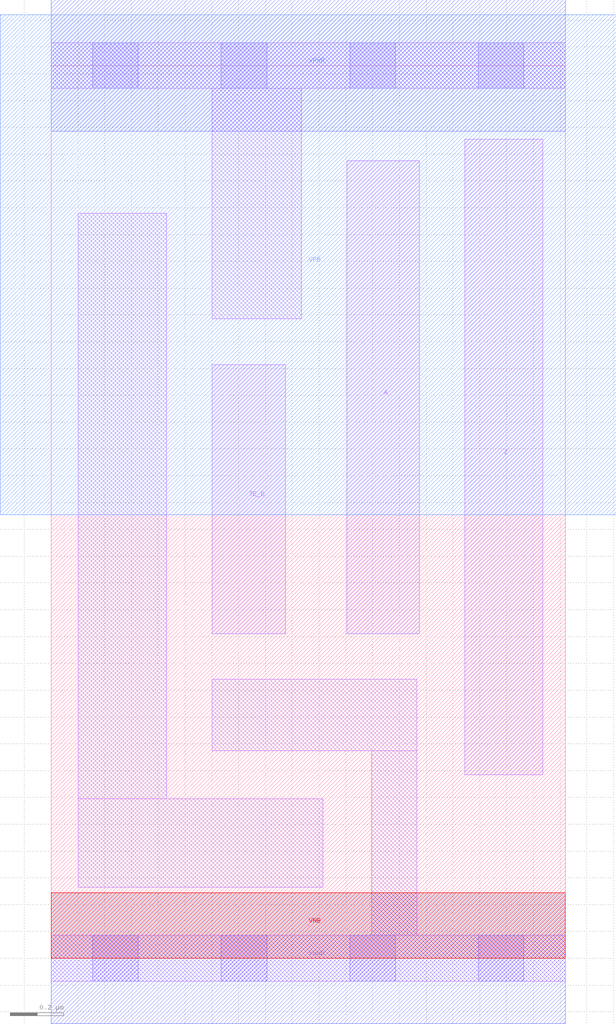
<source format=lef>
# Copyright 2020 The SkyWater PDK Authors
#
# Licensed under the Apache License, Version 2.0 (the "License");
# you may not use this file except in compliance with the License.
# You may obtain a copy of the License at
#
#     https://www.apache.org/licenses/LICENSE-2.0
#
# Unless required by applicable law or agreed to in writing, software
# distributed under the License is distributed on an "AS IS" BASIS,
# WITHOUT WARRANTIES OR CONDITIONS OF ANY KIND, either express or implied.
# See the License for the specific language governing permissions and
# limitations under the License.
#
# SPDX-License-Identifier: Apache-2.0

VERSION 5.7 ;
  NOWIREEXTENSIONATPIN ON ;
  DIVIDERCHAR "/" ;
  BUSBITCHARS "[]" ;
MACRO sky130_fd_sc_lp__einvn_0
  CLASS CORE ;
  FOREIGN sky130_fd_sc_lp__einvn_0 ;
  ORIGIN  0.000000  0.000000 ;
  SIZE  1.920000 BY  3.330000 ;
  SYMMETRY X Y R90 ;
  SITE unit ;
  PIN A
    ANTENNAGATEAREA  0.159000 ;
    DIRECTION INPUT ;
    USE SIGNAL ;
    PORT
      LAYER li1 ;
        RECT 1.105000 1.210000 1.375000 2.975000 ;
    END
  END A
  PIN TE_B
    ANTENNAGATEAREA  0.222000 ;
    DIRECTION INPUT ;
    USE SIGNAL ;
    PORT
      LAYER li1 ;
        RECT 0.600000 1.210000 0.875000 2.215000 ;
    END
  END TE_B
  PIN Z
    ANTENNADIFFAREA  0.280900 ;
    DIRECTION OUTPUT ;
    USE SIGNAL ;
    PORT
      LAYER li1 ;
        RECT 1.545000 0.685000 1.835000 3.055000 ;
    END
  END Z
  PIN VGND
    DIRECTION INOUT ;
    USE GROUND ;
    PORT
      LAYER met1 ;
        RECT 0.000000 -0.245000 1.920000 0.245000 ;
    END
  END VGND
  PIN VNB
    DIRECTION INOUT ;
    USE GROUND ;
    PORT
      LAYER pwell ;
        RECT 0.000000 0.000000 1.920000 0.245000 ;
    END
  END VNB
  PIN VPB
    DIRECTION INOUT ;
    USE POWER ;
    PORT
      LAYER nwell ;
        RECT -0.190000 1.655000 2.110000 3.520000 ;
    END
  END VPB
  PIN VPWR
    DIRECTION INOUT ;
    USE POWER ;
    PORT
      LAYER met1 ;
        RECT 0.000000 3.085000 1.920000 3.575000 ;
    END
  END VPWR
  OBS
    LAYER li1 ;
      RECT 0.000000 -0.085000 1.920000 0.085000 ;
      RECT 0.000000  3.245000 1.920000 3.415000 ;
      RECT 0.100000  0.265000 1.015000 0.595000 ;
      RECT 0.100000  0.595000 0.430000 2.780000 ;
      RECT 0.600000  0.775000 1.365000 1.040000 ;
      RECT 0.600000  2.385000 0.935000 3.245000 ;
      RECT 1.195000  0.085000 1.365000 0.775000 ;
    LAYER mcon ;
      RECT 0.155000 -0.085000 0.325000 0.085000 ;
      RECT 0.155000  3.245000 0.325000 3.415000 ;
      RECT 0.635000 -0.085000 0.805000 0.085000 ;
      RECT 0.635000  3.245000 0.805000 3.415000 ;
      RECT 1.115000 -0.085000 1.285000 0.085000 ;
      RECT 1.115000  3.245000 1.285000 3.415000 ;
      RECT 1.595000 -0.085000 1.765000 0.085000 ;
      RECT 1.595000  3.245000 1.765000 3.415000 ;
  END
END sky130_fd_sc_lp__einvn_0
END LIBRARY

</source>
